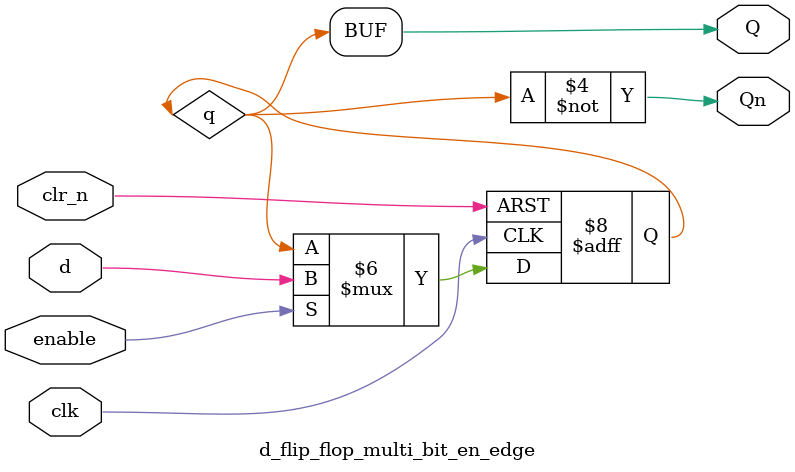
<source format=v>


module d_flip_flop_multi_bit_en_edge #(parameter WIDTH = 1, parameter RESETVAL = 0)
(
	d, clk, clr_n,	enable,			// System inputs: data, clock and the reset signal
	Q, Qn
);

// Define the input and outputs with their data width
input [WIDTH-1:0] d;
input clk, clr_n, enable;
output [WIDTH-1:0] Q;
output [WIDTH-1:0] Qn;

reg [WIDTH-1:0] q;


always @(posedge(clk), negedge(clr_n))
	if(!clr_n)						// clr_n is active low and hence the system is reset when it is low
		begin
			q <= RESETVAL;
		end
	else
		if(enable == 1'b0)
			q <= q;					// Q is in a hold state if the write enable is low
		else		
			q <= d;					// Q is assigned the value of D on the rising clock edge
		
		
		
assign Q = q;
assign Qn = ~q;


endmodule

</source>
